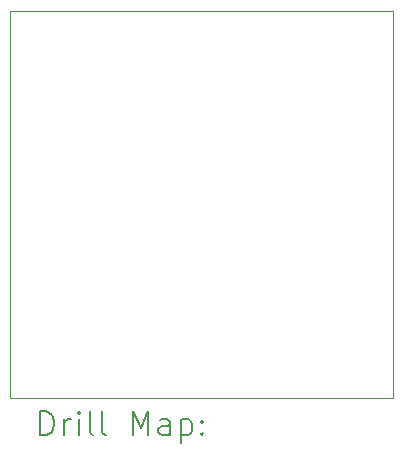
<source format=gbr>
%TF.GenerationSoftware,KiCad,Pcbnew,9.0.3*%
%TF.CreationDate,2025-11-11T20:03:33+05:30*%
%TF.ProjectId,mixed sig pcb(using microcontroller),6d697865-6420-4736-9967-207063622875,rev?*%
%TF.SameCoordinates,Original*%
%TF.FileFunction,Drillmap*%
%TF.FilePolarity,Positive*%
%FSLAX45Y45*%
G04 Gerber Fmt 4.5, Leading zero omitted, Abs format (unit mm)*
G04 Created by KiCad (PCBNEW 9.0.3) date 2025-11-11 20:03:33*
%MOMM*%
%LPD*%
G01*
G04 APERTURE LIST*
%ADD10C,0.050000*%
%ADD11C,0.200000*%
G04 APERTURE END LIST*
D10*
X14200000Y-8160000D02*
X17440000Y-8160000D01*
X17440000Y-11440000D01*
X14200000Y-11440000D01*
X14200000Y-8160000D01*
D11*
X14458277Y-11753984D02*
X14458277Y-11553984D01*
X14458277Y-11553984D02*
X14505896Y-11553984D01*
X14505896Y-11553984D02*
X14534467Y-11563508D01*
X14534467Y-11563508D02*
X14553515Y-11582555D01*
X14553515Y-11582555D02*
X14563039Y-11601603D01*
X14563039Y-11601603D02*
X14572562Y-11639698D01*
X14572562Y-11639698D02*
X14572562Y-11668269D01*
X14572562Y-11668269D02*
X14563039Y-11706365D01*
X14563039Y-11706365D02*
X14553515Y-11725412D01*
X14553515Y-11725412D02*
X14534467Y-11744460D01*
X14534467Y-11744460D02*
X14505896Y-11753984D01*
X14505896Y-11753984D02*
X14458277Y-11753984D01*
X14658277Y-11753984D02*
X14658277Y-11620650D01*
X14658277Y-11658746D02*
X14667801Y-11639698D01*
X14667801Y-11639698D02*
X14677324Y-11630174D01*
X14677324Y-11630174D02*
X14696372Y-11620650D01*
X14696372Y-11620650D02*
X14715420Y-11620650D01*
X14782086Y-11753984D02*
X14782086Y-11620650D01*
X14782086Y-11553984D02*
X14772562Y-11563508D01*
X14772562Y-11563508D02*
X14782086Y-11573031D01*
X14782086Y-11573031D02*
X14791610Y-11563508D01*
X14791610Y-11563508D02*
X14782086Y-11553984D01*
X14782086Y-11553984D02*
X14782086Y-11573031D01*
X14905896Y-11753984D02*
X14886848Y-11744460D01*
X14886848Y-11744460D02*
X14877324Y-11725412D01*
X14877324Y-11725412D02*
X14877324Y-11553984D01*
X15010658Y-11753984D02*
X14991610Y-11744460D01*
X14991610Y-11744460D02*
X14982086Y-11725412D01*
X14982086Y-11725412D02*
X14982086Y-11553984D01*
X15239229Y-11753984D02*
X15239229Y-11553984D01*
X15239229Y-11553984D02*
X15305896Y-11696841D01*
X15305896Y-11696841D02*
X15372562Y-11553984D01*
X15372562Y-11553984D02*
X15372562Y-11753984D01*
X15553515Y-11753984D02*
X15553515Y-11649222D01*
X15553515Y-11649222D02*
X15543991Y-11630174D01*
X15543991Y-11630174D02*
X15524943Y-11620650D01*
X15524943Y-11620650D02*
X15486848Y-11620650D01*
X15486848Y-11620650D02*
X15467801Y-11630174D01*
X15553515Y-11744460D02*
X15534467Y-11753984D01*
X15534467Y-11753984D02*
X15486848Y-11753984D01*
X15486848Y-11753984D02*
X15467801Y-11744460D01*
X15467801Y-11744460D02*
X15458277Y-11725412D01*
X15458277Y-11725412D02*
X15458277Y-11706365D01*
X15458277Y-11706365D02*
X15467801Y-11687317D01*
X15467801Y-11687317D02*
X15486848Y-11677793D01*
X15486848Y-11677793D02*
X15534467Y-11677793D01*
X15534467Y-11677793D02*
X15553515Y-11668269D01*
X15648753Y-11620650D02*
X15648753Y-11820650D01*
X15648753Y-11630174D02*
X15667801Y-11620650D01*
X15667801Y-11620650D02*
X15705896Y-11620650D01*
X15705896Y-11620650D02*
X15724943Y-11630174D01*
X15724943Y-11630174D02*
X15734467Y-11639698D01*
X15734467Y-11639698D02*
X15743991Y-11658746D01*
X15743991Y-11658746D02*
X15743991Y-11715888D01*
X15743991Y-11715888D02*
X15734467Y-11734936D01*
X15734467Y-11734936D02*
X15724943Y-11744460D01*
X15724943Y-11744460D02*
X15705896Y-11753984D01*
X15705896Y-11753984D02*
X15667801Y-11753984D01*
X15667801Y-11753984D02*
X15648753Y-11744460D01*
X15829705Y-11734936D02*
X15839229Y-11744460D01*
X15839229Y-11744460D02*
X15829705Y-11753984D01*
X15829705Y-11753984D02*
X15820182Y-11744460D01*
X15820182Y-11744460D02*
X15829705Y-11734936D01*
X15829705Y-11734936D02*
X15829705Y-11753984D01*
X15829705Y-11630174D02*
X15839229Y-11639698D01*
X15839229Y-11639698D02*
X15829705Y-11649222D01*
X15829705Y-11649222D02*
X15820182Y-11639698D01*
X15820182Y-11639698D02*
X15829705Y-11630174D01*
X15829705Y-11630174D02*
X15829705Y-11649222D01*
M02*

</source>
